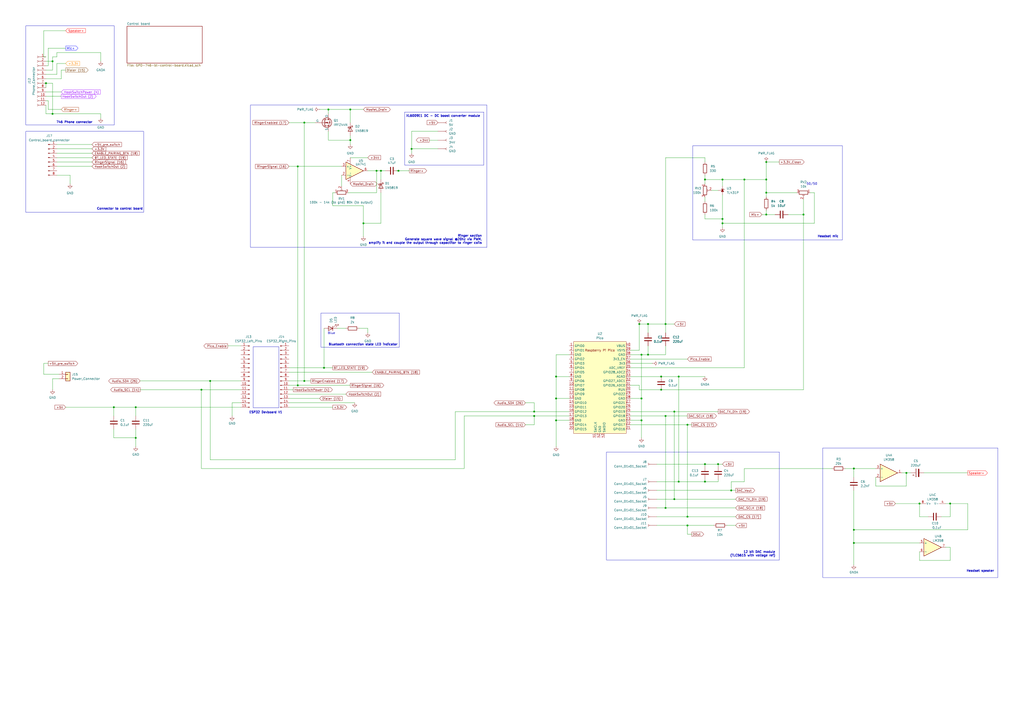
<source format=kicad_sch>
(kicad_sch (version 20230121) (generator eeschema)
  (paper "A2")
  (title_block (title "GPO-746-Bluetooth-conversion Main board") (date "2023-09-04") (rev "1.0.0") (company "Vlad Balmos"))
  (junction (at 372.11 205.74))
  (junction (at 116.84 226.06))
  (junction (at 375.92 187.96))
  (junction (at 393.7 279.4))
  (junction (at 383.54 226.06))
  (junction (at 408.94 269.24))
  (junction (at 444.5 104.14))
  (junction (at 551.18 292.1))
  (junction (at 187.96 213.36))
  (junction (at 309.88 238.76))
  (junction (at 190.5 63.5))
  (junction (at 386.08 294.64))
  (junction (at 386.08 187.96))
  (junction (at 419.1 104.14))
  (junction (at 408.94 279.4))
  (junction (at 220.98 99.06))
  (junction (at 444.5 111.76))
  (junction (at 424.18 284.48))
  (junction (at 172.72 96.52))
  (junction (at 408.94 104.14))
  (junction (at 383.54 218.44))
  (junction (at 525.78 274.32))
  (junction (at 533.4 292.1))
  (junction (at 370.84 187.96))
  (junction (at 231.14 99.06))
  (junction (at 203.2 63.5))
  (junction (at 398.78 304.8))
  (junction (at 309.88 241.3))
  (junction (at 121.92 220.98))
  (junction (at 218.44 99.06))
  (junction (at 372.11 231.14))
  (junction (at 398.78 246.38))
  (junction (at 238.76 86.36))
  (junction (at 419.1 129.54))
  (junction (at 322.58 218.44))
  (junction (at 416.56 269.24))
  (junction (at 419.1 127))
  (junction (at 210.82 129.54))
  (junction (at 495.3 271.78))
  (junction (at 444.5 124.46))
  (junction (at 372.11 243.84))
  (junction (at 495.3 307.34))
  (junction (at 78.74 236.22))
  (junction (at 431.8 104.14))
  (junction (at 66.04 236.22))
  (junction (at 26.67 48.26))
  (junction (at 322.58 231.14))
  (junction (at 30.48 66.04))
  (junction (at 495.3 314.96))
  (junction (at 391.16 289.56))
  (junction (at 203.2 81.28))
  (junction (at 398.78 299.72))
  (junction (at 391.16 238.76))
  (junction (at 176.53 71.12))
  (junction (at 78.74 254))
  (junction (at 172.72 223.52))
  (junction (at 444.5 93.98))
  (junction (at 322.58 243.84))
  (junction (at 386.08 241.3))
  (junction (at 375.92 205.74))
  (junction (at 466.09 124.46))
  (junction (at 176.53 220.98))
  (junction (at 393.7 218.44))
  (junction (at 30.48 35.56))
  (wire (pts (xy 172.72 96.52) (xy 198.12 96.52)))
  (wire (pts (xy 401.32 309.88) (xy 398.78 309.88)))
  (wire (pts (xy 30.48 35.56) (xy 30.48 40.64)))
  (wire (pts (xy 370.84 187.96) (xy 375.92 187.96)))
  (wire (pts (xy 551.18 292.1) (xy 551.18 299.72)))
  (wire (pts (xy 495.3 284.48) (xy 495.3 307.34)))
  (wire (pts (xy 424.18 279.4) (xy 431.8 279.4)))
  (wire (pts (xy 444.5 93.98) (xy 444.5 104.14)))
  (wire (pts (xy 408.94 114.3) (xy 408.94 116.84)))
  (wire (pts (xy 466.09 124.46) (xy 466.09 226.06)))
  (wire (pts (xy 398.78 304.8) (xy 414.02 304.8)))
  (wire (pts (xy 535.94 274.32) (xy 561.34 274.32)))
  (wire (pts (xy 408.94 127) (xy 419.1 127)))
  (wire (pts (xy 30.48 33.02) (xy 30.48 35.56)))
  (wire (pts (xy 375.92 187.96) (xy 375.92 193.04)))
  (wire (pts (xy 419.1 104.14) (xy 419.1 107.95)))
  (wire (pts (xy 304.8 233.68) (xy 309.88 233.68)))
  (wire (pts (xy 472.44 111.76) (xy 472.44 129.54)))
  (wire (pts (xy 365.76 238.76) (xy 391.16 238.76)))
  (wire (pts (xy 365.76 218.44) (xy 383.54 218.44)))
  (wire (pts (xy 25.4 33.02) (xy 26.67 33.02)))
  (wire (pts (xy 561.34 292.1) (xy 561.34 307.34)))
  (wire (pts (xy 26.67 66.04) (xy 26.67 60.96)))
  (wire (pts (xy 365.76 223.52) (xy 370.84 223.52)))
  (wire (pts (xy 27.94 210.82) (xy 25.4 210.82)))
  (wire (pts (xy 408.94 269.24) (xy 408.94 270.51)))
  (wire (pts (xy 167.64 226.06) (xy 170.18 226.06)))
  (wire (pts (xy 33.02 33.02) (xy 30.48 33.02)))
  (wire (pts (xy 167.64 236.22) (xy 193.04 236.22)))
  (wire (pts (xy 66.04 236.22) (xy 66.04 241.3)))
  (wire (pts (xy 322.58 231.14) (xy 330.2 231.14)))
  (wire (pts (xy 419.1 129.54) (xy 472.44 129.54)))
  (wire (pts (xy 269.24 241.3) (xy 309.88 241.3)))
  (wire (pts (xy 386.08 187.96) (xy 386.08 193.04)))
  (wire (pts (xy 33.02 36.83) (xy 38.1 36.83)))
  (wire (pts (xy 35.56 40.64) (xy 35.56 45.72)))
  (wire (pts (xy 322.58 231.14) (xy 322.58 243.84)))
  (wire (pts (xy 365.76 241.3) (xy 386.08 241.3)))
  (wire (pts (xy 304.8 246.38) (xy 309.88 246.38)))
  (wire (pts (xy 81.28 220.98) (xy 121.92 220.98)))
  (wire (pts (xy 203.2 81.28) (xy 203.2 83.82)))
  (wire (pts (xy 561.34 292.1) (xy 551.18 292.1)))
  (wire (pts (xy 519.43 292.1) (xy 533.4 292.1)))
  (wire (pts (xy 218.44 99.06) (xy 220.98 99.06)))
  (wire (pts (xy 229.87 99.06) (xy 231.14 99.06)))
  (wire (pts (xy 25.4 17.78) (xy 25.4 33.02)))
  (wire (pts (xy 309.88 241.3) (xy 330.2 241.3)))
  (wire (pts (xy 381 299.72) (xy 398.78 299.72)))
  (wire (pts (xy 398.78 309.88) (xy 398.78 304.8)))
  (wire (pts (xy 386.08 294.64) (xy 381 294.64)))
  (wire (pts (xy 78.74 254) (xy 78.74 259.08)))
  (wire (pts (xy 365.76 208.28) (xy 398.78 208.28)))
  (wire (pts (xy 416.56 269.24) (xy 416.56 270.51)))
  (wire (pts (xy 444.5 124.46) (xy 449.58 124.46)))
  (wire (pts (xy 213.36 190.5) (xy 213.36 193.04)))
  (wire (pts (xy 58.42 30.48) (xy 58.42 35.56)))
  (wire (pts (xy 408.94 279.4) (xy 416.56 279.4)))
  (wire (pts (xy 38.1 27.94) (xy 27.94 27.94)))
  (wire (pts (xy 370.84 226.06) (xy 383.54 226.06)))
  (wire (pts (xy 33.02 93.98) (xy 53.34 93.98)))
  (wire (pts (xy 365.76 213.36) (xy 431.8 213.36)))
  (wire (pts (xy 412.75 110.49) (xy 416.56 110.49)))
  (wire (pts (xy 381 289.56) (xy 391.16 289.56)))
  (wire (pts (xy 408.94 101.6) (xy 408.94 104.14)))
  (wire (pts (xy 426.72 294.64) (xy 386.08 294.64)))
  (wire (pts (xy 238.76 76.2) (xy 254 76.2)))
  (wire (pts (xy 193.04 111.76) (xy 193.04 119.38)))
  (wire (pts (xy 441.96 124.46) (xy 444.5 124.46)))
  (wire (pts (xy 220.98 99.06) (xy 223.52 99.06)))
  (wire (pts (xy 551.18 325.12) (xy 533.4 325.12)))
  (wire (pts (xy 35.56 63.5) (xy 27.94 63.5)))
  (wire (pts (xy 26.67 40.64) (xy 30.48 40.64)))
  (wire (pts (xy 372.11 243.84) (xy 372.11 254)))
  (wire (pts (xy 551.18 292.1) (xy 548.64 292.1)))
  (wire (pts (xy 508 276.86) (xy 508 281.94)))
  (wire (pts (xy 533.4 299.72) (xy 538.48 299.72)))
  (wire (pts (xy 167.64 96.52) (xy 172.72 96.52)))
  (wire (pts (xy 33.02 96.52) (xy 53.34 96.52)))
  (wire (pts (xy 176.53 220.98) (xy 180.34 220.98)))
  (wire (pts (xy 495.3 271.78) (xy 495.3 276.86)))
  (wire (pts (xy 134.62 233.68) (xy 134.62 241.3)))
  (wire (pts (xy 381 284.48) (xy 424.18 284.48)))
  (wire (pts (xy 495.3 271.78) (xy 508 271.78)))
  (wire (pts (xy 322.58 218.44) (xy 322.58 231.14)))
  (wire (pts (xy 167.64 71.12) (xy 176.53 71.12)))
  (wire (pts (xy 381 279.4) (xy 393.7 279.4)))
  (wire (pts (xy 33.02 86.36) (xy 53.34 86.36)))
  (wire (pts (xy 419.1 113.03) (xy 419.1 127)))
  (wire (pts (xy 546.1 299.72) (xy 551.18 299.72)))
  (wire (pts (xy 495.3 314.96) (xy 533.4 314.96)))
  (wire (pts (xy 408.94 104.14) (xy 408.94 106.68)))
  (wire (pts (xy 38.1 236.22) (xy 66.04 236.22)))
  (wire (pts (xy 167.64 215.9) (xy 215.9 215.9)))
  (wire (pts (xy 426.72 304.8) (xy 421.64 304.8)))
  (wire (pts (xy 264.16 238.76) (xy 309.88 238.76)))
  (wire (pts (xy 370.84 187.96) (xy 370.84 203.2)))
  (wire (pts (xy 431.8 271.78) (xy 431.8 279.4)))
  (wire (pts (xy 201.93 111.76) (xy 218.44 111.76)))
  (wire (pts (xy 525.78 281.94) (xy 525.78 274.32)))
  (wire (pts (xy 309.88 233.68) (xy 309.88 238.76)))
  (wire (pts (xy 218.44 99.06) (xy 218.44 111.76)))
  (wire (pts (xy 469.9 111.76) (xy 472.44 111.76)))
  (wire (pts (xy 269.24 241.3) (xy 269.24 271.78)))
  (wire (pts (xy 391.16 289.56) (xy 426.72 289.56)))
  (wire (pts (xy 533.4 292.1) (xy 533.4 299.72)))
  (wire (pts (xy 116.84 226.06) (xy 116.84 271.78)))
  (wire (pts (xy 383.54 226.06) (xy 466.09 226.06)))
  (wire (pts (xy 27.94 63.5) (xy 27.94 58.42)))
  (wire (pts (xy 121.92 220.98) (xy 121.92 266.7)))
  (wire (pts (xy 167.64 213.36) (xy 187.96 213.36)))
  (wire (pts (xy 27.94 27.94) (xy 27.94 38.1)))
  (wire (pts (xy 375.92 205.74) (xy 386.08 205.74)))
  (wire (pts (xy 408.94 127) (xy 408.94 124.46)))
  (wire (pts (xy 408.94 91.44) (xy 408.94 93.98)))
  (wire (pts (xy 372.11 205.74) (xy 372.11 231.14)))
  (wire (pts (xy 508 281.94) (xy 525.78 281.94)))
  (wire (pts (xy 495.3 307.34) (xy 495.3 314.96)))
  (wire (pts (xy 322.58 243.84) (xy 330.2 243.84)))
  (wire (pts (xy 81.28 226.06) (xy 116.84 226.06)))
  (wire (pts (xy 383.54 218.44) (xy 393.7 218.44)))
  (wire (pts (xy 66.04 236.22) (xy 78.74 236.22)))
  (wire (pts (xy 203.2 63.5) (xy 210.82 63.5)))
  (wire (pts (xy 495.3 307.34) (xy 561.34 307.34)))
  (wire (pts (xy 172.72 96.52) (xy 172.72 223.52)))
  (wire (pts (xy 375.92 200.66) (xy 375.92 205.74)))
  (wire (pts (xy 116.84 226.06) (xy 139.7 226.06)))
  (wire (pts (xy 419.1 104.14) (xy 431.8 104.14)))
  (wire (pts (xy 248.92 81.28) (xy 254 81.28)))
  (wire (pts (xy 398.78 304.8) (xy 381 304.8)))
  (wire (pts (xy 203.2 91.44) (xy 213.36 91.44)))
  (wire (pts (xy 365.76 205.74) (xy 372.11 205.74)))
  (wire (pts (xy 309.88 238.76) (xy 330.2 238.76)))
  (wire (pts (xy 365.76 246.38) (xy 398.78 246.38)))
  (wire (pts (xy 381 269.24) (xy 408.94 269.24)))
  (wire (pts (xy 27.94 38.1) (xy 26.67 38.1)))
  (wire (pts (xy 210.82 119.38) (xy 210.82 129.54)))
  (wire (pts (xy 398.78 246.38) (xy 401.32 246.38)))
  (wire (pts (xy 25.4 217.17) (xy 34.29 217.17)))
  (wire (pts (xy 370.84 226.06) (xy 370.84 223.52)))
  (wire (pts (xy 167.64 223.52) (xy 172.72 223.52)))
  (wire (pts (xy 33.02 101.6) (xy 40.64 101.6)))
  (wire (pts (xy 391.16 238.76) (xy 391.16 289.56)))
  (wire (pts (xy 187.96 213.36) (xy 193.04 213.36)))
  (wire (pts (xy 386.08 91.44) (xy 408.94 91.44)))
  (wire (pts (xy 264.16 238.76) (xy 264.16 266.7)))
  (wire (pts (xy 528.32 274.32) (xy 525.78 274.32)))
  (wire (pts (xy 386.08 200.66) (xy 386.08 205.74)))
  (wire (pts (xy 210.82 129.54) (xy 210.82 137.16)))
  (wire (pts (xy 198.12 101.6) (xy 198.12 107.95)))
  (wire (pts (xy 220.98 129.54) (xy 220.98 111.76)))
  (wire (pts (xy 38.1 40.64) (xy 35.56 40.64)))
  (wire (pts (xy 372.11 205.74) (xy 375.92 205.74)))
  (wire (pts (xy 213.36 190.5) (xy 208.28 190.5)))
  (wire (pts (xy 370.84 203.2) (xy 365.76 203.2)))
  (wire (pts (xy 238.76 76.2) (xy 238.76 86.36)))
  (wire (pts (xy 193.04 111.76) (xy 194.31 111.76)))
  (wire (pts (xy 193.04 119.38) (xy 210.82 119.38)))
  (wire (pts (xy 210.82 129.54) (xy 220.98 129.54)))
  (wire (pts (xy 26.67 43.18) (xy 33.02 43.18)))
  (wire (pts (xy 134.62 233.68) (xy 139.7 233.68)))
  (wire (pts (xy 238.76 86.36) (xy 254 86.36)))
  (wire (pts (xy 66.04 254) (xy 78.74 254)))
  (wire (pts (xy 386.08 241.3) (xy 398.78 241.3)))
  (wire (pts (xy 408.94 104.14) (xy 419.1 104.14)))
  (wire (pts (xy 33.02 88.9) (xy 53.34 88.9)))
  (wire (pts (xy 490.22 271.78) (xy 495.3 271.78)))
  (wire (pts (xy 203.2 63.5) (xy 203.2 71.12)))
  (wire (pts (xy 386.08 241.3) (xy 386.08 294.64)))
  (wire (pts (xy 551.18 317.5) (xy 551.18 325.12)))
  (wire (pts (xy 365.76 231.14) (xy 372.11 231.14)))
  (wire (pts (xy 121.92 220.98) (xy 139.7 220.98)))
  (wire (pts (xy 26.67 48.26) (xy 30.48 48.26)))
  (wire (pts (xy 121.92 266.7) (xy 264.16 266.7)))
  (wire (pts (xy 58.42 66.04) (xy 58.42 68.58)))
  (wire (pts (xy 167.64 233.68) (xy 205.74 233.68)))
  (wire (pts (xy 551.18 317.5) (xy 548.64 317.5)))
  (wire (pts (xy 408.94 269.24) (xy 416.56 269.24)))
  (wire (pts (xy 190.5 81.28) (xy 203.2 81.28)))
  (wire (pts (xy 393.7 218.44) (xy 408.94 218.44)))
  (wire (pts (xy 78.74 236.22) (xy 139.7 236.22)))
  (wire (pts (xy 431.8 104.14) (xy 444.5 104.14)))
  (wire (pts (xy 33.02 36.83) (xy 33.02 43.18)))
  (wire (pts (xy 167.64 228.6) (xy 200.66 228.6)))
  (wire (pts (xy 176.53 71.12) (xy 176.53 220.98)))
  (wire (pts (xy 375.92 187.96) (xy 386.08 187.96)))
  (wire (pts (xy 386.08 91.44) (xy 386.08 187.96)))
  (wire (pts (xy 220.98 99.06) (xy 220.98 104.14)))
  (wire (pts (xy 393.7 279.4) (xy 408.94 279.4)))
  (wire (pts (xy 26.67 55.88) (xy 35.56 55.88)))
  (wire (pts (xy 26.67 53.34) (xy 35.56 53.34)))
  (wire (pts (xy 495.3 314.96) (xy 495.3 327.66)))
  (wire (pts (xy 35.56 45.72) (xy 26.67 45.72)))
  (wire (pts (xy 424.18 284.48) (xy 426.72 284.48)))
  (wire (pts (xy 33.02 30.48) (xy 33.02 33.02)))
  (wire (pts (xy 231.14 99.06) (xy 237.49 99.06)))
  (wire (pts (xy 172.72 223.52) (xy 203.2 223.52)))
  (wire (pts (xy 25.4 210.82) (xy 25.4 217.17)))
  (wire (pts (xy 27.94 58.42) (xy 26.67 58.42)))
  (wire (pts (xy 408.94 278.13) (xy 408.94 279.4)))
  (wire (pts (xy 190.5 63.5) (xy 203.2 63.5)))
  (wire (pts (xy 533.4 325.12) (xy 533.4 320.04)))
  (wire (pts (xy 26.67 48.26) (xy 26.67 50.8)))
  (wire (pts (xy 132.08 200.66) (xy 139.7 200.66)))
  (wire (pts (xy 391.16 238.76) (xy 416.56 238.76)))
  (wire (pts (xy 444.5 111.76) (xy 444.5 114.3)))
  (wire (pts (xy 238.76 88.9) (xy 238.76 86.36)))
  (wire (pts (xy 391.16 187.96) (xy 386.08 187.96)))
  (wire (pts (xy 444.5 111.76) (xy 462.28 111.76)))
  (wire (pts (xy 40.64 101.6) (xy 40.64 106.68)))
  (wire (pts (xy 203.2 78.74) (xy 203.2 81.28)))
  (wire (pts (xy 416.56 279.4) (xy 416.56 278.13)))
  (wire (pts (xy 167.64 231.14) (xy 185.42 231.14)))
  (wire (pts (xy 30.48 219.71) (xy 30.48 226.06)))
  (wire (pts (xy 30.48 48.26) (xy 30.48 66.04)))
  (wire (pts (xy 466.09 124.46) (xy 466.09 115.57)))
  (wire (pts (xy 444.5 93.98) (xy 452.12 93.98)))
  (wire (pts (xy 419.1 127) (xy 419.1 129.54)))
  (wire (pts (xy 365.76 210.82) (xy 378.46 210.82)))
  (wire (pts (xy 419.1 129.54) (xy 419.1 132.08)))
  (wire (pts (xy 185.42 63.5) (xy 190.5 63.5)))
  (wire (pts (xy 26.67 35.56) (xy 30.48 35.56)))
  (wire (pts (xy 33.02 83.82) (xy 53.34 83.82)))
  (wire (pts (xy 33.02 30.48) (xy 58.42 30.48)))
  (wire (pts (xy 213.36 99.06) (xy 218.44 99.06)))
  (wire (pts (xy 322.58 243.84) (xy 322.58 259.08)))
  (wire (pts (xy 398.78 299.72) (xy 426.72 299.72)))
  (wire (pts (xy 167.64 220.98) (xy 176.53 220.98)))
  (wire (pts (xy 78.74 236.22) (xy 78.74 241.3)))
  (wire (pts (xy 38.1 17.78) (xy 25.4 17.78)))
  (wire (pts (xy 176.53 71.12) (xy 182.88 71.12)))
  (wire (pts (xy 457.2 124.46) (xy 466.09 124.46)))
  (wire (pts (xy 78.74 248.92) (xy 78.74 254)))
  (wire (pts (xy 322.58 205.74) (xy 330.2 205.74)))
  (wire (pts (xy 190.5 76.2) (xy 190.5 81.28)))
  (wire (pts (xy 393.7 218.44) (xy 393.7 279.4)))
  (wire (pts (xy 33.02 91.44) (xy 53.34 91.44)))
  (wire (pts (xy 116.84 271.78) (xy 269.24 271.78)))
  (wire (pts (xy 398.78 246.38) (xy 398.78 299.72)))
  (wire (pts (xy 424.18 279.4) (xy 424.18 284.48)))
  (wire (pts (xy 416.56 269.24) (xy 419.1 269.24)))
  (wire (pts (xy 190.5 63.5) (xy 190.5 66.04)))
  (wire (pts (xy 66.04 254) (xy 66.04 248.92)))
  (wire (pts (xy 309.88 241.3) (xy 309.88 246.38)))
  (wire (pts (xy 26.67 66.04) (xy 30.48 66.04)))
  (wire (pts (xy 523.24 274.32) (xy 525.78 274.32)))
  (wire (pts (xy 187.96 190.5) (xy 187.96 213.36)))
  (wire (pts (xy 372.11 231.14) (xy 372.11 243.84)))
  (wire (pts (xy 322.58 218.44) (xy 330.2 218.44)))
  (wire (pts (xy 30.48 219.71) (xy 34.29 219.71)))
  (wire (pts (xy 372.11 243.84) (xy 365.76 243.84)))
  (wire (pts (xy 30.48 66.04) (xy 58.42 66.04)))
  (wire (pts (xy 431.8 104.14) (xy 431.8 213.36)))
  (wire (pts (xy 444.5 104.14) (xy 444.5 111.76)))
  (wire (pts (xy 200.66 190.5) (xy 195.58 190.5)))
  (wire (pts (xy 431.8 271.78) (xy 482.6 271.78)))
  (wire (pts (xy 444.5 121.92) (xy 444.5 124.46)))
  (wire (pts (xy 322.58 205.74) (xy 322.58 218.44)))
  (rectangle (start 351.79 262.2296) (end 452.12 324.866))
  (rectangle (start 477.266 259.8928) (end 578.866 335.026))
  (rectangle (start 234.696 65.024) (end 280.67 95.758))
  (rectangle (start 146.812 201.168) (end 161.798 236.474))
  (rectangle (start 186.182 181.61) (end 231.648 201.422))
  (rectangle (start 14.986 14.986) (end 66.294 72.4916))
  (rectangle (start 14.986 76.2) (end 83.312 123.19))
  (rectangle (start 401.828 84.582) (end 488.696 139.192))
  (rectangle (start 145.288 60.9092) (end 282.448 143.51))
  (text "Connector to control board" (at 56.134 121.92 0) (effects (font (size 1.27 1.27) (thickness 0.254) bold) (justify left bottom)))
  (text "Ringer section\nGenerate square wave signal @20hz via PWM,\namplify it and couple the output through capactitor to ringer coils" (at 279.654 141.732 0) (effects (font (size 1.27 1.27) (thickness 0.254) bold) (justify right bottom)))
  (text "Blue" (at 194.4624 194.1068 0) (effects (font (size 1.27 1.27)) (justify right bottom)))
  (text "Bluetooth connection state LED indicator" (at 190.5 200.66 0) (effects (font (size 1.27 1.27) (thickness 0.254) bold) (justify left bottom)))
  (text "Headset speaker" (at 560.578 331.978 0) (effects (font (size 1.27 1.27) (thickness 0.254) bold) (justify left bottom)))
  (text "50/50" (at 467.7664 107.4928 0) (effects (font (size 1.27 1.27)) (justify left bottom)))
  (text "12 bit DAC module\n(TLC5615 with voltage ref)\n" (at 449.834 323.088 0) (effects (font (size 1.27 1.27) (thickness 0.254) bold) (justify right bottom)))
  (text "Headset mic" (at 474.218 137.922 0) (effects (font (size 1.27 1.27) (thickness 0.254) bold) (justify left bottom)))
  (text "ESP32 Devboard V1" (at 144.526 240.03 0) (effects (font (size 1.27 1.27) (thickness 0.254) bold) (justify left bottom)))
  (text "XL6009E1 DC - DC boost converter module" (at 235.458 68.072 0) (effects (font (size 1.27 1.27) (thickness 0.254) bold) (justify left bottom)))
  (text "746 Phone connector" (at 32.6136 71.7296 0) (effects (font (size 1.27 1.27) (thickness 0.254) bold) (justify left bottom)))
  (global_label "Ringer+" (shape input) (at 35.56 63.5 0) (property "Intersheetrefs" "${INTERSHEET_REFS}" (effects hide)))
  (global_label "+34V" (shape output) (at 248.92 81.28 180) (property "Intersheetrefs" "${INTERSHEET_REFS}" (effects hide)))
  (global_label "+3.3V" (shape output) (at 193.04 236.22 0) (property "Intersheetrefs" "${INTERSHEET_REFS}" (effects hide)))
  (global_label "HookSwitchOut (2)" (shape output) (at 35.56 55.88 0) (property "Intersheetrefs" "${INTERSHEET_REFS}" (effects hide)))
  (global_label "Mosfet_Drain" (shape bidirectional) (at 203.2 106.68 0) (property "Intersheetrefs" "${INTERSHEET_REFS}" (effects hide)))
  (global_label "ENABLE_PAIRING_BTN (18)" (shape input) (at 215.9 215.9 0) (property "Intersheetrefs" "${INTERSHEET_REFS}" (effects hide)))
  (global_label "DOut" (shape output) (at 401.32 309.88 0) (property "Intersheetrefs" "${INTERSHEET_REFS}" (effects hide)))
  (global_label "HookSwitchOut (2)" (shape input) (at 53.34 96.52 0) (property "Intersheetrefs" "${INTERSHEET_REFS}" (effects hide)))
  (global_label "HookSwitchPower (4)" (shape input) (at 35.56 53.34 0) (property "Intersheetrefs" "${INTERSHEET_REFS}" (effects hide)))
  (global_label "Mic+" (shape input) (at 441.96 124.46 180) (property "Intersheetrefs" "${INTERSHEET_REFS}" (effects hide)))
  (global_label "Mic+" (shape output) (at 38.1 27.94 0) (property "Intersheetrefs" "${INTERSHEET_REFS}" (effects hide)))
  (global_label "DAC_CS (17)" (shape input) (at 426.72 299.72 0) (property "Intersheetrefs" "${INTERSHEET_REFS}" (effects hide)))
  (global_label "HookSwitchPower (4)" (shape output) (at 170.18 226.06 0) (property "Intersheetrefs" "${INTERSHEET_REFS}" (effects hide)))
  (global_label "Audio_SDA (26)" (shape bidirectional) (at 304.8 233.68 180) (property "Intersheetrefs" "${INTERSHEET_REFS}" (effects hide)))
  (global_label "BT_LED_STATE (19)" (shape input) (at 53.34 91.44 0) (property "Intersheetrefs" "${INTERSHEET_REFS}" (effects hide)))
  (global_label "+5V_pre_switch" (shape output) (at 27.94 210.82 0) (property "Intersheetrefs" "${INTERSHEET_REFS}" (effects hide)))
  (global_label "+3.3V_Clean" (shape output) (at 452.12 93.98 0) (property "Intersheetrefs" "${INTERSHEET_REFS}" (effects hide)))
  (global_label "Mosfet_Drain" (shape bidirectional) (at 210.82 63.5 0) (property "Intersheetrefs" "${INTERSHEET_REFS}" (effects hide)))
  (global_label "HookSwitchOut (2)" (shape input) (at 200.66 228.6 0) (property "Intersheetrefs" "${INTERSHEET_REFS}" (effects hide)))
  (global_label "+5V" (shape input) (at 254 71.12 180) (property "Intersheetrefs" "${INTERSHEET_REFS}" (effects hide)))
  (global_label "Audio_SCL (14)" (shape input) (at 304.8 246.38 180) (property "Intersheetrefs" "${INTERSHEET_REFS}" (effects hide)))
  (global_label "Speaker+" (shape input) (at 38.1 17.78 0) (property "Intersheetrefs" "${INTERSHEET_REFS}" (effects hide)))
  (global_label "+5V" (shape input) (at 391.16 187.96 0) (property "Intersheetrefs" "${INTERSHEET_REFS}" (effects hide)))
  (global_label "Pico_Enable" (shape input) (at 398.78 208.28 0) (property "Intersheetrefs" "${INTERSHEET_REFS}" (effects hide)))
  (global_label "+5V" (shape input) (at 426.72 304.8 0) (property "Intersheetrefs" "${INTERSHEET_REFS}" (effects hide)))
  (global_label "RingerEnabled (17)" (shape output) (at 180.34 220.98 0) (property "Intersheetrefs" "${INTERSHEET_REFS}" (effects hide)))
  (global_label "Pico_Enable" (shape output) (at 132.08 200.66 180) (property "Intersheetrefs" "${INTERSHEET_REFS}" (effects hide)))
  (global_label "DAC_Vout" (shape output) (at 426.72 284.48 0) (property "Intersheetrefs" "${INTERSHEET_REFS}" (effects hide)))
  (global_label "DAC_TX_Din (19)" (shape output) (at 416.56 238.76 0) (property "Intersheetrefs" "${INTERSHEET_REFS}" (effects hide)))
  (global_label "Ringer+" (shape output) (at 237.49 99.06 0) (property "Intersheetrefs" "${INTERSHEET_REFS}" (effects hide)))
  (global_label "Dialer (15)" (shape input) (at 185.42 231.14 0) (property "Intersheetrefs" "${INTERSHEET_REFS}" (effects hide)))
  (global_label "BT_LED_STATE (19)" (shape output) (at 193.04 213.36 0) (property "Intersheetrefs" "${INTERSHEET_REFS}" (effects hide)))
  (global_label "RingerSignal (16)" (shape input) (at 53.34 93.98 0) (property "Intersheetrefs" "${INTERSHEET_REFS}" (effects hide)))
  (global_label "ENABLE_PAIRING_BTN (18)" (shape input) (at 53.34 88.9 0) (property "Intersheetrefs" "${INTERSHEET_REFS}" (effects hide)))
  (global_label "DAC_SCLK (18)" (shape input) (at 426.72 294.64 0) (property "Intersheetrefs" "${INTERSHEET_REFS}" (effects hide)))
  (global_label "DAC_SCLK (18)" (shape output) (at 398.78 241.3 0) (property "Intersheetrefs" "${INTERSHEET_REFS}" (effects hide)))
  (global_label "+34V" (shape input) (at 213.36 91.44 0) (property "Intersheetrefs" "${INTERSHEET_REFS}" (effects hide)))
  (global_label "Dialer (15)" (shape output) (at 38.1 40.64 0) (property "Intersheetrefs" "${INTERSHEET_REFS}" (effects hide)))
  (global_label "RingerSignal (16)" (shape input) (at 167.64 96.52 180) (property "Intersheetrefs" "${INTERSHEET_REFS}" (effects hide)))
  (global_label "+5V_pre_switch" (shape input) (at 53.34 83.82 0) (property "Intersheetrefs" "${INTERSHEET_REFS}" (effects hide)))
  (global_label "+3.3V" (shape input) (at 53.34 86.36 0) (property "Intersheetrefs" "${INTERSHEET_REFS}" (effects hide)))
  (global_label "DAC_CS (17)" (shape output) (at 401.32 246.38 0) (property "Intersheetrefs" "${INTERSHEET_REFS}" (effects hide)))
  (global_label "Audio_SDA (26)" (shape bidirectional) (at 81.28 220.98 180) (property "Intersheetrefs" "${INTERSHEET_REFS}" (effects hide)))
  (global_label "+5V" (shape input) (at 38.1 236.22 180) (property "Intersheetrefs" "${INTERSHEET_REFS}" (effects hide)))
  (global_label "RingerSignal (16)" (shape output) (at 203.2 223.52 0) (property "Intersheetrefs" "${INTERSHEET_REFS}" (effects hide)))
  (global_label "Audio_SCL (14)" (shape output) (at 81.28 226.06 180) (property "Intersheetrefs" "${INTERSHEET_REFS}" (effects hide)))
  (global_label "DAC_TX_Din (19)" (shape input) (at 426.72 289.56 0) (property "Intersheetrefs" "${INTERSHEET_REFS}" (effects hide)))
  (global_label "Speaker+" (shape output) (at 561.34 274.32 0) (property "Intersheetrefs" "${INTERSHEET_REFS}" (effects hide)))
  (global_label "RingerEnabled (17)" (shape input) (at 167.64 71.12 180) (property "Intersheetrefs" "${INTERSHEET_REFS}" (effects hide)))
  (global_label "+5V" (shape input) (at 419.1 269.24 0) (property "Intersheetrefs" "${INTERSHEET_REFS}" (effects hide)))
  (global_label "+5V" (shape input) (at 519.43 292.1 180) (property "Intersheetrefs" "${INTERSHEET_REFS}" (effects hide)))
  (global_label "+3.3V" (shape input) (at 38.1 36.83 0) (property "Intersheetrefs" "${INTERSHEET_REFS}" (effects hide)))
  (symbol (lib_id "power:PWR_FLAG") (at 370.84 187.96 0) (unit 1)
    (property "Reference" "#FLG04" (effects hide))
    (property "Value" "PWR_FLAG" (at 370.84 183.134 0))
  )
  (symbol (lib_id "Device:R_Potentiometer_Trim") (at 466.09 111.76 270) (unit 1)
    (property "Reference" "RV2" (at 466.09 105.6132 90))
    (property "Value" "10k" (at 466.09 108.1532 90))
    (property "Footprint" "Potentiometer_THT:Potentiometer_Bourns_3296W_Vertical" (effects hide))
  )
  (symbol (lib_id "Simulation_SPICE:NMOS") (at 187.96 71.12 0) (unit 1)
    (property "Reference" "Q1" (at 193.548 69.85 0) (effects (justify left)))
    (property "Value" "IRFZ44N" (at 193.548 72.39 0) (effects (justify left)))
    (property "Footprint" "Package_TO_SOT_THT:TO-220-3_Vertical" (effects hide))
    (property "Sim.Device" "NMOS" (effects hide))
    (property "Sim.Type" "VDMOS" (effects hide))
    (property "Sim.Pins" "1=D 2=G 3=S" (effects hide))
  )
  (symbol (lib_id "power:GND") (at 203.2 83.82 0) (unit 1)
    (property "Reference" "#PWR02" (effects hide))
    (property "Value" "GND" (at 203.2 88.9 0))
  )
  (symbol (lib_id "Connector:Conn_01x15_Pin") (at 144.78 218.44 0) (mirror y) (unit 1)
    (property "Reference" "J13" (at 144.145 195.326 0))
    (property "Value" "ESP32_Left_Pins" (at 144.145 197.866 0))
    (property "Footprint" "Connector_PinHeader_2.54mm:PinHeader_1x15_P2.54mm_Vertical" (effects hide))
  )
  (symbol (lib_id "Reference_Voltage:TL431P") (at 419.1 110.49 90) (unit 1)
    (property "Reference" "U3" (at 421.4876 109.22 90) (effects (justify right)))
    (property "Value" "TL431P" (at 421.4876 111.76 90) (effects (justify right)))
    (property "Footprint" "Package_TO_SOT_THT:TO-92_Inline_Wide" (effects hide))
    (property "Datasheet" "http://www.ti.com/lit/ds/symlink/tl431.pdf" (effects hide))
  )
  (symbol (lib_id "Device:C") (at 416.56 274.32 0) (mirror y) (unit 1)
    (property "Reference" "C4" (at 419.862 273.05 0) (effects (justify right)))
    (property "Value" "220uF" (at 419.862 275.59 0) (effects (justify right)))
    (property "Footprint" "Capacitor_THT:C_Disc_D4.7mm_W2.5mm_P5.00mm" (effects hide))
  )
  (symbol (lib_id "Device:C") (at 408.94 274.32 0) (mirror y) (unit 1)
    (property "Reference" "C13" (at 405.13 273.05 0) (effects (justify left)))
    (property "Value" "0.1uf" (at 405.13 275.59 0) (effects (justify left)))
    (property "Footprint" "Capacitor_THT:C_Disc_D4.7mm_W2.5mm_P5.00mm" (effects hide))
  )
  (symbol (lib_id "Device:D_Schottky") (at 220.98 107.95 270) (unit 1)
    (property "Reference" "D1" (at 223.266 106.3625 90) (effects (justify left)))
    (property "Value" "1N5819" (at 223.266 108.9025 90) (effects (justify left)))
    (property "Footprint" "Diode_THT:D_DO-41_SOD81_P10.16mm_Horizontal" (effects hide))
  )
  (symbol (lib_id "power:PWR_FLAG") (at 378.46 210.82 270) (unit 1)
    (property "Reference" "#FLG06" (effects hide))
    (property "Value" "PWR_FLAG" (at 381.762 210.82 90) (effects (justify left)))
  )
  (symbol (lib_id "power:GND") (at 40.64 106.68 0) (unit 1)
    (property "Reference" "#PWR018" (effects hide))
    (property "Value" "GND" (at 40.64 112.014 0))
  )
  (symbol (lib_id "Device:C") (at 495.3 280.67 180) (unit 1)
    (property "Reference" "C6" (at 499.1608 279.4 0) (effects (justify right)))
    (property "Value" "2.2nF" (at 499.1608 281.94 0) (effects (justify right)))
    (property "Footprint" "Capacitor_THT:C_Disc_D4.7mm_W2.5mm_P5.00mm" (effects hide))
  )
  (symbol (lib_id "Simulation_SPICE:OPAMP") (at 205.74 99.06 0) (unit 1)
    (property "Reference" "U5" (at 209.296 93.218 0))
    (property "Value" "UA741" (at 209.296 95.25 0))
    (property "Footprint" "Package_DIP:DIP-8_W7.62mm_Socket_LongPads" (effects hide))
    (property "Sim.Pins" "1=1 2=2 3=3 4=4 5=5" (effects hide))
    (property "Sim.Device" "SPICE" (effects hide))
    (property "Sim.Params" "type=\"X\" model=\"OPAMP\" lib=\"\"" (effects hide))
  )
  (symbol (lib_id "Connector:Conn_01x01_Socket") (at 375.92 304.8 0) (mirror y) (unit 1)
    (property "Reference" "J11" (at 375.158 303.53 0) (effects (justify left)))
    (property "Value" "Conn_01x01_Socket" (at 375.158 306.07 0) (effects (justify left)))
    (property "Footprint" "Connector_PinHeader_2.54mm:PinHeader_1x01_P2.54mm_Vertical" (effects hide))
  )
  (symbol (lib_id "power:GND") (at 322.58 259.08 0) (unit 1)
    (property "Reference" "#PWR08" (effects hide))
    (property "Value" "GND" (at 322.58 263.906 0))
  )
  (symbol (lib_id "power:GND") (at 210.82 137.16 0) (unit 1)
    (property "Reference" "#PWR015" (effects hide))
    (property "Value" "GND" (at 210.82 141.986 0))
  )
  (symbol (lib_id "power:GND") (at 78.74 259.08 0) (unit 1)
    (property "Reference" "#PWR03" (effects hide))
    (property "Value" "GND" (at 78.74 263.652 0))
  )
  (symbol (lib_id "power:GND") (at 419.1 132.08 0) (unit 1)
    (property "Reference" "#PWR011" (effects hide))
    (property "Value" "GND" (at 419.1 137.16 0))
  )
  (symbol (lib_id "Device:R") (at 408.94 120.65 0) (unit 1)
    (property "Reference" "R6" (at 411.6324 119.38 0) (effects (justify left)))
    (property "Value" "100k" (at 411.6324 121.92 0) (effects (justify left)))
    (property "Footprint" "Resistor_THT:R_Axial_DIN0207_L6.3mm_D2.5mm_P10.16mm_Horizontal" (effects hide))
  )
  (symbol (lib_id "power:GNDA") (at 495.3 327.66 0) (unit 1)
    (property "Reference" "#PWR012" (effects hide))
    (property "Value" "GNDA" (at 495.3 331.978 0))
  )
  (symbol (lib_id "power:PWR_FLAG") (at 185.42 63.5 90) (unit 1)
    (property "Reference" "#FLG07" (effects hide))
    (property "Value" "PWR_FLAG" (at 181.864 63.5 90) (effects (justify left)))
  )
  (symbol (lib_id "Connector:Conn_01x08_Pin") (at 27.94 91.44 0) (unit 1)
    (property "Reference" "J17" (at 28.575 78.74 0))
    (property "Value" "Control_board_connector" (at 28.575 81.28 0))
    (property "Footprint" "Connector_JST:JST_PH_B8B-PH-K_1x08_P2.00mm_Vertical" (effects hide))
  )
  (symbol (lib_name "Conn_01x01_Socket_2") (lib_id "Connector:Conn_01x01_Socket") (at 375.92 279.4 0) (mirror y) (unit 1)
    (property "Reference" "J7" (at 375.158 278.13 0) (effects (justify left)))
    (property "Value" "Conn_01x01_Socket" (at 375.158 280.67 0) (effects (justify left)))
    (property "Footprint" "Connector_PinHeader_2.54mm:PinHeader_1x01_P2.54mm_Vertical" (effects hide))
  )
  (symbol (lib_id "power:GND") (at 372.11 254 0) (unit 1)
    (property "Reference" "#PWR09" (effects hide))
    (property "Value" "GND" (at 372.11 258.826 0))
  )
  (symbol (lib_id "Device:C") (at 453.39 124.46 90) (unit 1)
    (property "Reference" "C8" (at 453.39 116.7892 90))
    (property "Value" "10uF" (at 453.39 119.3292 90))
    (property "Footprint" "Capacitor_THT:C_Disc_D4.7mm_W2.5mm_P5.00mm" (effects hide))
  )
  (symbol (lib_id "power:GNDA") (at 58.42 35.56 0) (unit 1)
    (property "Reference" "#PWR014" (effects hide))
    (property "Value" "GNDA" (at 58.42 40.64 0))
  )
  (symbol (lib_id "Device:R") (at 417.83 304.8 270) (mirror x) (unit 1)
    (property "Reference" "R7" (at 417.576 307.594 90))
    (property "Value" "10k" (at 417.576 310.134 90))
    (property "Footprint" "Resistor_THT:R_Axial_DIN0207_L6.3mm_D2.5mm_P10.16mm_Horizontal" (effects hide))
  )
  (symbol (lib_id "Connector_Generic:Conn_01x02") (at 39.37 217.17 0) (unit 1)
    (property "Reference" "J15" (at 41.656 217.17 0) (effects (justify left)))
    (property "Value" "Power_Connector" (at 41.656 219.71 0) (effects (justify left)))
    (property "Footprint" "Connector_PinHeader_2.54mm:PinHeader_1x15_P2.54mm_Vertical" (effects hide))
  )
  (symbol (lib_id "power:GND") (at 205.74 233.68 0) (unit 1)
    (property "Reference" "#PWR06" (effects hide))
    (property "Value" "GND" (at 205.74 238.506 0))
  )
  (symbol (lib_id "Connector:Conn_01x01_Socket") (at 375.92 289.56 0) (mirror y) (unit 1)
    (property "Reference" "J5" (at 375.158 288.29 0) (effects (justify left)))
    (property "Value" "Conn_01x01_Socket" (at 375.158 290.83 0) (effects (justify left)))
    (property "Footprint" "Connector_PinHeader_2.54mm:PinHeader_1x01_P2.54mm_Vertical" (effects hide))
  )
  (symbol (lib_id "power:GND") (at 134.62 241.3 0) (unit 1)
    (property "Reference" "#PWR04" (effects hide))
    (property "Value" "GND" (at 134.62 245.618 0))
  )
  (symbol (lib_id "Connector:Conn_01x01_Socket") (at 375.92 299.72 0) (mirror y) (unit 1)
    (property "Reference" "J10" (at 375.158 298.45 0) (effects (justify left)))
    (property "Value" "Conn_01x01_Socket" (at 375.158 300.99 0) (effects (justify left)))
    (property "Footprint" "Connector_PinHeader_2.54mm:PinHeader_1x01_P2.54mm_Vertical" (effects hide))
  )
  (symbol (lib_name "Conn_01x01_Socket_2") (lib_id "Connector:Conn_01x01_Socket") (at 259.08 76.2 0) (unit 1)
    (property "Reference" "J2" (at 260.35 74.93 0) (effects (justify left)))
    (property "Value" "GND" (at 260.35 77.47 0) (effects (justify left)))
    (property "Footprint" "Connector_PinHeader_2.54mm:PinHeader_1x01_P2.54mm_Vertical" (effects hide))
  )
  (symbol (lib_name "Conn_01x01_Socket_3") (lib_id "Connector:Conn_01x01_Socket") (at 375.92 284.48 0) (mirror y) (unit 1)
    (property "Reference" "J6" (at 375.158 283.21 0) (effects (justify left)))
    (property "Value" "Conn_01x01_Socket" (at 375.158 285.75 0) (effects (justify left)))
    (property "Footprint" "Connector_PinHeader_2.54mm:PinHeader_1x01_P2.54mm_Vertical" (effects hide))
  )
  (symbol (lib_id "Device:R_Potentiometer_Trim") (at 198.12 111.76 90) (unit 1)
    (property "Reference" "RV1" (at 198.12 115.2398 90))
    (property "Value" "100k - 14k (to gnd) 80k (to output)" (at 197.866 117.348 90))
    (property "Footprint" "Potentiometer_THT:Potentiometer_Runtron_RM-065_Vertical" (effects hide))
  )
  (symbol (lib_id "Amplifier_Operational:LM358") (at 515.62 274.32 0) (unit 1)
    (property "Reference" "U4" (at 515.62 264.0584 0))
    (property "Value" "LM358" (at 515.62 266.5984 0))
    (property "Footprint" "Package_DIP:DIP-8_W7.62mm_Socket_LongPads" (effects hide))
    (property "Datasheet" "http://www.ti.com/lit/ds/symlink/lm2904-n.pdf" (effects hide))
  )
  (symbol (lib_id "Device:C") (at 78.74 245.11 180) (unit 1)
    (property "Reference" "C11" (at 82.9056 243.84 0) (effects (justify right)))
    (property "Value" "220uF" (at 82.9056 246.38 0) (effects (justify right)))
    (property "Footprint" "Capacitor_THT:C_Radial_D6.3mm_H11.0mm_P2.50mm" (effects hide))
  )
  (symbol (lib_id "power:PWR_FLAG") (at 444.5 93.98 0) (unit 1)
    (property "Reference" "#FLG05" (effects hide))
    (property "Value" "PWR_FLAG" (at 444.5 88.9 0))
  )
  (symbol (lib_id "Connector:Conn_01x12_Socket") (at 21.59 45.72 0) (mirror y) (unit 1)
    (property "Reference" "J12" (at 17.018 46.99 90))
    (property "Value" "Phone_Connector" (at 19.558 46.99 90))
    (property "Footprint" "Connector_PinHeader_2.54mm:PinHeader_1x01_P2.54mm_Vertical" (effects hide))
  )
  (symbol (lib_name "Conn_01x01_Socket_1") (lib_id "Connector:Conn_01x01_Socket") (at 375.92 269.24 0) (mirror y) (unit 1)
    (property "Reference" "J8" (at 375.158 267.97 0) (effects (justify left)))
    (property "Value" "Conn_01x01_Socket" (at 375.158 270.51 0) (effects (justify left)))
    (property "Footprint" "Connector_PinHeader_2.54mm:PinHeader_1x01_P2.54mm_Vertical" (effects hide))
  )
  (symbol (lib_id "Device:R") (at 444.5 118.11 0) (unit 1)
    (property "Reference" "R4" (at 447.1924 116.84 0) (effects (justify left)))
    (property "Value" "1k" (at 447.1924 119.38 0) (effects (justify left)))
    (property "Footprint" "Resistor_THT:R_Axial_DIN0207_L6.3mm_D2.5mm_P10.16mm_Horizontal" (effects hide))
  )
  (symbol (lib_name "Conn_01x15_Pin_1") (lib_id "Connector:Conn_01x15_Pin") (at 162.56 218.44 0) (unit 1)
    (property "Reference" "J14" (at 163.195 195.326 0))
    (property "Value" "ESP32_Right_Pins" (at 163.195 197.866 0))
    (property "Footprint" "Connector_PinHeader_2.54mm:PinHeader_1x15_P2.54mm_Vertical" (effects hide))
  )
  (symbol (lib_id "Device:D_Schottky") (at 203.2 74.93 270) (unit 1)
    (property "Reference" "D2" (at 205.994 73.3425 90) (effects (justify left)))
    (property "Value" "1N5819" (at 205.994 75.8825 90) (effects (justify left)))
    (property "Footprint" "Diode_THT:D_DO-41_SOD81_P10.16mm_Horizontal" (effects hide))
  )
  (symbol (lib_name "Conn_01x01_Socket_3") (lib_id "Connector:Conn_01x01_Socket") (at 259.08 81.28 0) (unit 1)
    (property "Reference" "J3" (at 260.35 80.01 0) (effects (justify left)))
    (property "Value" "34V" (at 260.35 82.55 0) (effects (justify left)))
    (property "Footprint" "Connector_PinHeader_2.54mm:PinHeader_1x01_P2.54mm_Vertical" (effects hide))
  )
  (symbol (lib_id "Device:C") (at 383.54 222.25 0) (unit 1)
    (property "Reference" "C9" (at 387.7056 220.98 0) (effects (justify left)))
    (property "Value" "0.1uF" (at 387.7056 223.52 0) (effects (justify left)))
    (property "Footprint" "Capacitor_THT:C_Disc_D4.7mm_W2.5mm_P5.00mm" (effects hide))
  )
  (symbol (lib_id "Device:C") (at 542.29 299.72 270) (unit 1)
    (property "Reference" "C10" (at 540.512 303.53 90) (effects (justify left)))
    (property "Value" "0.1uF" (at 540.766 306.07 90) (effects (justify left)))
    (property "Footprint" "Capacitor_THT:C_Radial_D6.3mm_H11.0mm_P2.50mm" (effects hide))
  )
  (symbol (lib_id "Device:R") (at 486.41 271.78 90) (unit 1)
    (property "Reference" "R3" (at 486.41 266.3444 90))
    (property "Value" "20k" (at 486.41 268.8844 90))
    (property "Footprint" "Resistor_THT:R_Axial_DIN0207_L6.3mm_D2.5mm_P10.16mm_Horizontal" (effects hide))
  )
  (symbol (lib_id "Device:C") (at 386.08 196.85 180) (unit 1)
    (property "Reference" "C12" (at 390.2456 195.58 0) (effects (justify right)))
    (property "Value" "220uF" (at 390.2456 198.12 0) (effects (justify right)))
    (property "Footprint" "Capacitor_THT:C_Radial_D6.3mm_H11.0mm_P2.50mm" (effects hide))
  )
  (symbol (lib_id "power:GNDA") (at 408.94 218.44 0) (unit 1)
    (property "Reference" "#PWR010" (effects hide))
    (property "Value" "GNDA" (at 408.94 223.012 0))
  )
  (symbol (lib_id "power:GND") (at 238.76 88.9 0) (unit 1)
    (property "Reference" "#PWR016" (effects hide))
    (property "Value" "GND" (at 238.76 93.98 0))
  )
  (symbol (lib_id "Device:R_Potentiometer_Trim") (at 408.94 110.49 0) (unit 1)
    (property "Reference" "RV3" (at 406.8064 109.22 0) (effects (justify right)))
    (property "Value" "100k" (at 406.8064 111.76 0) (effects (justify right)))
    (property "Footprint" "Potentiometer_THT:Potentiometer_Bourns_3296W_Vertical" (effects hide))
  )
  (symbol (lib_id "Amplifier_Operational:LM358") (at 541.02 317.5 0) (unit 2)
    (property "Reference" "U4" (at 544.2204 311.0484 0))
    (property "Value" "LM358" (at 544.2204 313.5884 0))
    (property "Footprint" "Package_DIP:DIP-8_W7.62mm_Socket_LongPads" (effects hide))
    (property "Datasheet" "http://www.ti.com/lit/ds/symlink/lm2904-n.pdf" (effects hide))
  )
  (symbol (lib_id "Device:C_Polarized") (at 532.13 274.32 90) (unit 1)
    (property "Reference" "C5" (at 531.241 267.4112 90))
    (property "Value" "220uF" (at 531.241 269.9512 90))
    (property "Footprint" "Capacitor_THT:C_Radial_D6.3mm_H11.0mm_P2.50mm" (effects hide))
  )
  (symbol (lib_id "Device:R") (at 204.47 190.5 90) (unit 1)
    (property "Reference" "R8" (at 204.47 184.3532 90))
    (property "Value" "2k" (at 204.47 186.8932 90))
    (property "Footprint" "Resistor_THT:R_Axial_DIN0207_L6.3mm_D2.5mm_P10.16mm_Horizontal" (effects hide))
  )
  (symbol (lib_name "Conn_01x01_Socket_1") (lib_id "Connector:Conn_01x01_Socket") (at 259.08 71.12 0) (unit 1)
    (property "Reference" "J1" (at 260.35 69.85 0) (effects (justify left)))
    (property "Value" "5V" (at 260.35 72.39 0) (effects (justify left)))
    (property "Footprint" "Connector_PinHeader_2.54mm:PinHeader_1x01_P2.54mm_Vertical" (effects hide))
  )
  (symbol (lib_id "Device:C") (at 227.33 99.06 270) (unit 1)
    (property "Reference" "C3" (at 227.33 92.202 90))
    (property "Value" "47uF" (at 227.33 94.488 90))
    (property "Footprint" "Capacitor_THT:C_Radial_D6.3mm_H11.0mm_P2.50mm" (effects hide))
  )
  (symbol (lib_id "power:GND") (at 213.36 193.04 0) (unit 1)
    (property "Reference" "#PWR05" (effects hide))
    (property "Value" "GND" (at 213.36 197.866 0))
  )
  (symbol (lib_id "Connector:Conn_01x01_Socket") (at 259.08 86.36 0) (unit 1)
    (property "Reference" "J4" (at 260.35 85.09 0) (effects (justify left)))
    (property "Value" "GND" (at 260.35 87.63 0) (effects (justify left)))
    (property "Footprint" "Connector_PinHeader_2.54mm:PinHeader_1x01_P2.54mm_Vertical" (effects hide))
  )
  (symbol (lib_id "power:GND") (at 58.42 68.58 0) (unit 1)
    (property "Reference" "#PWR013" (effects hide))
    (property "Value" "GND" (at 58.42 73.914 0))
  )
  (symbol (lib_id "Device:C") (at 66.04 245.11 180) (unit 1)
    (property "Reference" "C1" (at 69.7484 243.84 0) (effects (justify right)))
    (property "Value" "0.1uf" (at 69.7484 246.38 0) (effects (justify right)))
    (property "Footprint" "Capacitor_THT:C_Disc_D4.7mm_W2.5mm_P5.00mm" (effects hide))
  )
  (symbol (lib_id "Device:C") (at 375.92 196.85 180) (unit 1)
    (property "Reference" "C2" (at 384.302 195.58 0) (effects (justify left)))
    (property "Value" "0.1uf" (at 384.302 198.12 0) (effects (justify left)))
    (property "Footprint" "Capacitor_THT:C_Disc_D4.7mm_W2.5mm_P5.00mm" (effects hide))
  )
  (symbol (lib_id "Device:LED") (at 191.77 190.5 180) (unit 1)
    (property "Reference" "D5" (at 192.0875 187.2488 90) (effects (justify right)))
    (property "Value" "LED" (at 194.6275 187.2488 90) (effects (justify right)))
    (property "Footprint" "LED_THT:LED_D5.0mm" (effects hide))
  )
  (symbol (lib_id "Device:R") (at 408.94 97.79 0) (unit 1)
    (property "Reference" "R5" (at 413.512 96.52 0))
    (property "Value" "330" (at 413.512 99.06 0))
    (property "Footprint" "Resistor_THT:R_Axial_DIN0207_L6.3mm_D2.5mm_P10.16mm_Horizontal" (effects hide))
  )
  (symbol (lib_id "Amplifier_Operational:LM358") (at 541.02 289.56 90) (unit 3)
    (property "Reference" "U4" (at 541.02 287.0708 90))
    (property "Value" "LM358" (at 541.02 289.6108 90))
    (property "Footprint" "Package_DIP:DIP-8_W7.62mm_Socket_LongPads" (effects hide))
    (property "Datasheet" "http://www.ti.com/lit/ds/symlink/lm2904-n.pdf" (effects hide))
  )
  (symbol (lib_id "power:GND") (at 30.48 226.06 0) (unit 1)
    (property "Reference" "#PWR01" (effects hide))
    (property "Value" "GND" (at 30.48 230.632 0))
  )
  (symbol (lib_id "Connector:Conn_01x01_Socket") (at 375.92 294.64 0) (mirror y) (unit 1)
    (property "Reference" "J9" (at 375.158 293.37 0) (effects (justify left)))
    (property "Value" "Conn_01x01_Socket" (at 375.158 295.91 0) (effects (justify left)))
    (property "Footprint" "Connector_PinHeader_2.54mm:PinHeader_1x01_P2.54mm_Vertical" (effects hide))
  )
  (symbol (lib_id "MCU_RaspberryPi_and_Boards:Pico") (at 347.98 224.79 0) (unit 1)
    (property "Reference" "U2" (at 347.98 193.548 0))
    (property "Value" "Pico" (at 347.98 196.088 0))
    (property "Footprint" "MCU_RaspberryPi_and_Boards:RPi_Pico_SMD_TH" (effects hide))
  )
  (sheet (at 73.66 15.24) (size 43.688 21.336) (stroke (width 0.1524))
    (property "Sheetname" "Control board" (at 73.66 14.5284 0) (effects (justify left bottom)))
    (property "Sheetfile" "GPO-746-bt-control-board.kicad_sch" (at 73.66 37.1606 0) (effects (justify left top)))
  )
)
</source>
